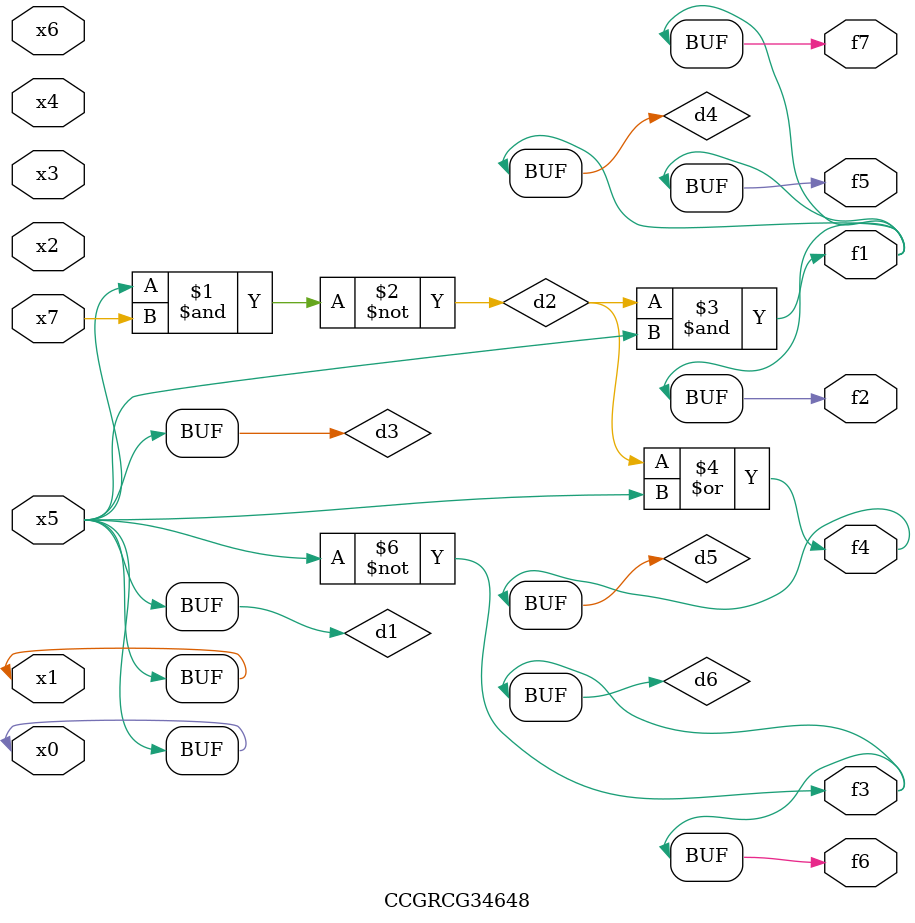
<source format=v>
module CCGRCG34648(
	input x0, x1, x2, x3, x4, x5, x6, x7,
	output f1, f2, f3, f4, f5, f6, f7
);

	wire d1, d2, d3, d4, d5, d6;

	buf (d1, x0, x5);
	nand (d2, x5, x7);
	buf (d3, x0, x1);
	and (d4, d2, d3);
	or (d5, d2, d3);
	nor (d6, d1, d3);
	assign f1 = d4;
	assign f2 = d4;
	assign f3 = d6;
	assign f4 = d5;
	assign f5 = d4;
	assign f6 = d6;
	assign f7 = d4;
endmodule

</source>
